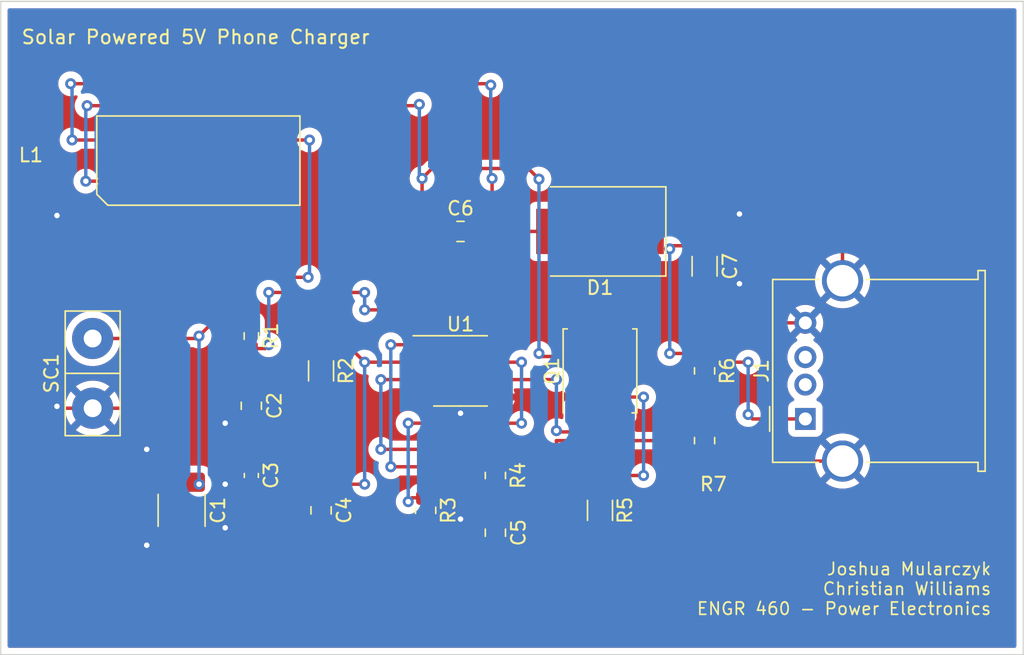
<source format=kicad_pcb>
(kicad_pcb (version 20211014) (generator pcbnew)
  (layers (0 "F.Cu" signal) (31 "B.Cu" signal) (34 "B.Paste" user) (35 "F.Paste" user) (36 "B.SilkS" user "B.Silkscreen") (37 "F.SilkS" user "F.Silkscreen") (38 "B.Mask" user) (39 "F.Mask" user) (44 "Edge.Cuts" user))
  (net 0 "")
  (net 1 "Net-(C4-Pad1)")
  (net 2 "Net-(C3-Pad1)")
  (net 3 "Net-(C5-Pad1)")
  (net 4 "GND")
  (net 5 "Net-(C1-Pad1)")
  (net 6 "Net-(C2-Pad1)")
  (net 7 "Net-(R3-Pad1)")
  (net 8 "Net-(R4-Pad1)")
  (net 9 "Net-(C7-Pad1)")
  (net 10 "Net-(R6-Pad2)")
  (net 11 "Net-(C6-Pad1)")
  (net 12 "Net-(Q1-Pad4)")
  (net 13 "Net-(C6-Pad2)")
  (footprint "SolarChargelibrary:SIP-2" (layer "F.Cu") (at 100.2 71.3 -90)
    (fp_text reference "SC1" (at 0 3 90) (layer "F.SilkS"))
    (fp_text value "Solar_Cell")
    (fp_line (start 4.54 -2) (end 4.54 2) (layer "F.SilkS") (width 0.12))
    (fp_line (start 0 -2) (end 0 2) (layer "F.SilkS") (width 0.12))
    (fp_line (start -4.54 -2) (end 4.54 -2) (layer "F.SilkS") (width 0.12))
    (fp_line (start -4.54 2) (end -4.54 -2) (layer "F.SilkS") (width 0.12))
    (fp_line (start 4.54 2) (end -4.54 2) (layer "F.SilkS") (width 0.12))
    (pad "1" thru_hole circle (at -2.54 0 270) (size 3 3) (drill 1.3) (layers *.Cu *.Mask) (net 5 "Net-(C1-Pad1)"))
    (pad "2" thru_hole circle (at 2.54 0 270) (size 3 3) (drill 1.3) (layers *.Cu *.Mask) (net 4 "GND"))
  )
  (footprint "Diode_SMD:D_SMC" (layer "F.Cu") (at 137.16 60.96 180)
    (fp_text reference "D1" (at 0 -4.1 180) (layer "F.SilkS"))
    (fp_text value "B340")
    (fp_line (start -4.8 3.25) (end -4.8 -3.25) (layer "F.SilkS") (width 0.12))
    (fp_line (start -4.8 3.25) (end 3.6 3.25) (layer "F.SilkS") (width 0.12))
    (fp_line (start -4.8 -3.25) (end 3.6 -3.25) (layer "F.SilkS") (width 0.12))
    (pad "1" smd rect (at -3.4 0 270) (size 3.3 2.5) (layers "F.Cu" "F.Paste" "F.Mask") (net 9 "Net-(C7-Pad1)"))
    (pad "2" smd rect (at 3.4 0 270) (size 3.3 2.5) (layers "F.Cu" "F.Paste" "F.Mask") (net 13 "Net-(C6-Pad2)"))
  )
  (footprint "Package_SO:SOIC-8_3.9x4.9mm_P1.27mm" (layer "F.Cu") (at 127 71.12)
    (fp_text reference "U1" (at 0 -3.4) (layer "F.SilkS"))
    (fp_text value "LM3478MA_NOPB")
    (fp_line (start 0 2.56) (end 1.95 2.56) (layer "F.SilkS") (width 0.12))
    (fp_line (start 0 2.56) (end -1.95 2.56) (layer "F.SilkS") (width 0.12))
    (fp_line (start 0 -2.56) (end -3.45 -2.56) (layer "F.SilkS") (width 0.12))
    (fp_line (start 0 -2.56) (end 1.95 -2.56) (layer "F.SilkS") (width 0.12))
    (pad "1" smd roundrect (at -2.475 -1.905) (size 1.95 0.6) (layers "F.Cu" "F.Paste" "F.Mask") (net 8 "Net-(R4-Pad1)"))
    (pad "2" smd roundrect (at -2.475 -0.635) (size 1.95 0.6) (layers "F.Cu" "F.Paste" "F.Mask") (net 1 "Net-(C4-Pad1)"))
    (pad "3" smd roundrect (at -2.475 0.635) (size 1.95 0.6) (layers "F.Cu" "F.Paste" "F.Mask") (net 10 "Net-(R6-Pad2)"))
    (pad "4" smd roundrect (at -2.475 1.905) (size 1.95 0.6) (layers "F.Cu" "F.Paste" "F.Mask") (net 4 "GND"))
    (pad "5" smd roundrect (at 2.475 1.905) (size 1.95 0.6) (layers "F.Cu" "F.Paste" "F.Mask") (net 4 "GND"))
    (pad "6" smd roundrect (at 2.475 0.635) (size 1.95 0.6) (layers "F.Cu" "F.Paste" "F.Mask") (net 12 "Net-(Q1-Pad4)"))
    (pad "7" smd roundrect (at 2.475 -0.635) (size 1.95 0.6) (layers "F.Cu" "F.Paste" "F.Mask") (net 7 "Net-(R3-Pad1)"))
    (pad "8" smd roundrect (at 2.475 -1.905) (size 1.95 0.6) (layers "F.Cu" "F.Paste" "F.Mask") (net 6 "Net-(C2-Pad1)"))
  )
  (footprint "SolarChargelibrary:DRQ" (layer "F.Cu") (at 107.9 55.8)
    (fp_text reference "L1" (at -12.2 -0.4 180) (layer "F.SilkS"))
    (fp_text value "10u")
    (fp_line (start -6.6 3.25) (end -7.4 2.45) (layer "F.SilkS") (width 0.12))
    (fp_line (start 7.4 -3.25) (end 7.4 3.25) (layer "F.SilkS") (width 0.12))
    (fp_line (start -7.4 2.45) (end -7.4 -3.25) (layer "F.SilkS") (width 0.12))
    (fp_line (start 7.4 3.25) (end -6.6 3.25) (layer "F.SilkS") (width 0.12))
    (fp_line (start -7.4 -3.25) (end 7.4 -3.25) (layer "F.SilkS") (width 0.12))
    (pad "1" smd rect (at -4.975 1.5) (size 3.85 2.5) (layers "F.Cu" "F.Paste" "F.Mask") (net 11 "Net-(C6-Pad1)"))
    (pad "2" smd rect (at -4.975 -1.5) (size 3.85 2.5) (layers "F.Cu" "F.Paste" "F.Mask") (net 13 "Net-(C6-Pad2)"))
    (pad "3" smd rect (at 4.975 -1.5) (size 3.85 2.5) (layers "F.Cu" "F.Paste" "F.Mask") (net 5 "Net-(C1-Pad1)"))
    (pad "4" smd rect (at 4.975 1.5) (size 3.85 2.5) (layers "F.Cu" "F.Paste" "F.Mask") (net 4 "GND"))
  )
  (footprint "Resistor_SMD:R_1206_3216Metric" (layer "F.Cu") (at 116.84 71.12 -90)
    (fp_text reference "R2" (at 0 -1.82 -90) (layer "F.SilkS"))
    (fp_text value "887")
    (fp_line (start -0.727064 0.91) (end 0.727064 0.91) (layer "F.SilkS") (width 0.12))
    (fp_line (start -0.727064 -0.91) (end 0.727064 -0.91) (layer "F.SilkS") (width 0.12))
    (pad "1" smd roundrect (at -1.4625 0 270) (size 1.125 1.75) (layers "F.Cu" "F.Paste" "F.Mask") (roundrect_rratio 0.222222) (net 1 "Net-(C4-Pad1)"))
    (pad "2" smd roundrect (at 1.4625 0 270) (size 1.125 1.75) (layers "F.Cu" "F.Paste" "F.Mask") (roundrect_rratio 0.222222) (net 2 "Net-(C3-Pad1)"))
  )
  (footprint "Resistor_SMD:R_0805_2012Metric" (layer "F.Cu") (at 124.46 81.28 -90)
    (fp_text reference "R3" (at 0 -1.65 -90) (layer "F.SilkS"))
    (fp_text value "51.1k")
    (fp_line (start -0.227064 -0.735) (end 0.227064 -0.735) (layer "F.SilkS") (width 0.12))
    (fp_line (start -0.227064 0.735) (end 0.227064 0.735) (layer "F.SilkS") (width 0.12))
    (pad "1" smd roundrect (at -0.9125 0 270) (size 1.025 1.4) (layers "F.Cu" "F.Paste" "F.Mask") (roundrect_rratio 0.243902) (net 7 "Net-(R3-Pad1)"))
    (pad "2" smd roundrect (at 0.9125 0 270) (size 1.025 1.4) (layers "F.Cu" "F.Paste" "F.Mask") (roundrect_rratio 0.243902) (net 4 "GND"))
  )
  (footprint "Capacitor_SMD:C_0805_2012Metric" (layer "F.Cu") (at 127 60.96)
    (fp_text reference "C6" (at 0 -1.68) (layer "F.SilkS"))
    (fp_text value "1u")
    (fp_line (start -0.261252 -0.735) (end 0.261252 -0.735) (layer "F.SilkS") (width 0.12))
    (fp_line (start -0.261252 0.735) (end 0.261252 0.735) (layer "F.SilkS") (width 0.12))
    (pad "1" smd roundrect (at -0.95 0) (size 1 1.45) (layers "F.Cu" "F.Paste" "F.Mask") (net 11 "Net-(C6-Pad1)"))
    (pad "2" smd roundrect (at 0.95 0) (size 1 1.45) (layers "F.Cu" "F.Paste" "F.Mask") (net 13 "Net-(C6-Pad2)"))
  )
  (footprint "Resistor_SMD:R_0805_2012Metric" (layer "F.Cu") (at 129.54 78.74 -90)
    (fp_text reference "R4" (at 0 -1.65 -90) (layer "F.SilkS"))
    (fp_text value "100")
    (fp_line (start -0.227064 0.735) (end 0.227064 0.735) (layer "F.SilkS") (width 0.12))
    (fp_line (start -0.227064 -0.735) (end 0.227064 -0.735) (layer "F.SilkS") (width 0.12))
    (pad "1" smd roundrect (at -0.9125 0 270) (size 1.025 1.4) (layers "F.Cu" "F.Paste" "F.Mask") (roundrect_rratio 0.243902) (net 8 "Net-(R4-Pad1)"))
    (pad "2" smd roundrect (at 0.9125 0 270) (size 1.025 1.4) (layers "F.Cu" "F.Paste" "F.Mask") (roundrect_rratio 0.243902) (net 3 "Net-(C5-Pad1)"))
  )
  (footprint "Capacitor_SMD:C_0603_1608Metric" (layer "F.Cu") (at 111.76 78.74 -90)
    (fp_text reference "C3" (at 0 -1.43 -90) (layer "F.SilkS"))
    (fp_text value "82n")
    (fp_line (start -0.14058 0.51) (end 0.14058 0.51) (layer "F.SilkS") (width 0.12))
    (fp_line (start -0.14058 -0.51) (end 0.14058 -0.51) (layer "F.SilkS") (width 0.12))
    (pad "1" smd roundrect (at -0.775 0 270) (size 0.9 0.95) (layers "F.Cu" "F.Paste" "F.Mask") (net 2 "Net-(C3-Pad1)"))
    (pad "2" smd roundrect (at 0.775 0 270) (size 0.9 0.95) (layers "F.Cu" "F.Paste" "F.Mask") (net 4 "GND"))
  )
  (footprint "Capacitor_SMD:C_0805_2012Metric" (layer "F.Cu") (at 111.76 73.66 -90)
    (fp_text reference "C2" (at 0 -1.68 -90) (layer "F.SilkS"))
    (fp_text value "100n")
    (fp_line (start -0.261252 -0.735) (end 0.261252 -0.735) (layer "F.SilkS") (width 0.12))
    (fp_line (start -0.261252 0.735) (end 0.261252 0.735) (layer "F.SilkS") (width 0.12))
    (pad "1" smd roundrect (at -0.95 0 270) (size 1 1.45) (layers "F.Cu" "F.Paste" "F.Mask") (net 6 "Net-(C2-Pad1)"))
    (pad "2" smd roundrect (at 0.95 0 270) (size 1 1.45) (layers "F.Cu" "F.Paste" "F.Mask") (net 4 "GND"))
  )
  (footprint "Resistor_SMD:R_0603_1608Metric" (layer "F.Cu") (at 111.76 68.58 -90)
    (fp_text reference "R1" (at 0 -1.43 -90) (layer "F.SilkS"))
    (fp_text value "20")
    (fp_line (start -0.237258 0.5225) (end 0.237258 0.5225) (layer "F.SilkS") (width 0.12))
    (fp_line (start -0.237258 -0.5225) (end 0.237258 -0.5225) (layer "F.SilkS") (width 0.12))
    (pad "1" smd roundrect (at -0.825 0 270) (size 0.8 0.95) (layers "F.Cu" "F.Paste" "F.Mask") (net 5 "Net-(C1-Pad1)"))
    (pad "2" smd roundrect (at 0.825 0 270) (size 0.8 0.95) (layers "F.Cu" "F.Paste" "F.Mask") (net 6 "Net-(C2-Pad1)"))
  )
  (footprint "Resistor_SMD:R_0805_2012Metric" (layer "F.Cu") (at 144.78 71.12 -90)
    (fp_text reference "R6" (at 0 -1.65 -90) (layer "F.SilkS"))
    (fp_text value "29.4k")
    (fp_line (start -0.227064 -0.735) (end 0.227064 -0.735) (layer "F.SilkS") (width 0.12))
    (fp_line (start -0.227064 0.735) (end 0.227064 0.735) (layer "F.SilkS") (width 0.12))
    (pad "1" smd roundrect (at -0.9125 0 270) (size 1.025 1.4) (layers "F.Cu" "F.Paste" "F.Mask") (roundrect_rratio 0.243902) (net 9 "Net-(C7-Pad1)"))
    (pad "2" smd roundrect (at 0.9125 0 270) (size 1.025 1.4) (layers "F.Cu" "F.Paste" "F.Mask") (roundrect_rratio 0.243902) (net 10 "Net-(R6-Pad2)"))
  )
  (footprint "Capacitor_SMD:C_1812_4532Metric" (layer "F.Cu") (at 106.68 81.28 -90)
    (fp_text reference "C1" (at 0 -2.65 -90) (layer "F.SilkS"))
    (fp_text value "10u")
    (fp_line (start -1.161252 -1.71) (end 1.161252 -1.71) (layer "F.SilkS") (width 0.12))
    (fp_line (start -1.161252 1.71) (end 1.161252 1.71) (layer "F.SilkS") (width 0.12))
    (pad "1" smd roundrect (at -2.05 0 270) (size 1.4 3.4) (layers "F.Cu" "F.Paste" "F.Mask") (roundrect_rratio 0.178571) (net 5 "Net-(C1-Pad1)"))
    (pad "2" smd roundrect (at 2.05 0 270) (size 1.4 3.4) (layers "F.Cu" "F.Paste" "F.Mask") (roundrect_rratio 0.178571) (net 4 "GND"))
  )
  (footprint "Resistor_SMD:R_0805_2012Metric" (layer "F.Cu") (at 144.78 76.2 -90)
    (fp_text reference "R7" (at 3.175 -0.635 180) (layer "F.SilkS"))
    (fp_text value "10k")
    (fp_line (start -0.227064 0.735) (end 0.227064 0.735) (layer "F.SilkS") (width 0.12))
    (fp_line (start -0.227064 -0.735) (end 0.227064 -0.735) (layer "F.SilkS") (width 0.12))
    (pad "1" smd roundrect (at -0.9125 0 270) (size 1.025 1.4) (layers "F.Cu" "F.Paste" "F.Mask") (roundrect_rratio 0.243902439) (net 10 "Net-(R6-Pad2)"))
    (pad "2" smd roundrect (at 0.9125 0 270) (size 1.025 1.4) (layers "F.Cu" "F.Paste" "F.Mask") (roundrect_rratio 0.243902439) (net 4 "GND"))
  )
  (footprint "Package_TO_SOT_SMD:TDSON-8-1" (layer "F.Cu") (at 137.16 71.12 90)
    (fp_text reference "Q1" (at 0 -3.5 90) (layer "F.SilkS"))
    (fp_text value "CSD16410Q5A")
    (fp_line (start -3.06 2.335) (end -3.06 2.685) (layer "F.SilkS") (width 0.12))
    (fp_line (start 3.06 2.685) (end -3.06 2.685) (layer "F.SilkS") (width 0.12))
    (fp_line (start 3.06 -2.385) (end 3.06 -2.685) (layer "F.SilkS") (width 0.12))
    (fp_line (start 3.06 -2.685) (end -3.06 -2.685) (layer "F.SilkS") (width 0.12))
    (fp_line (start 3.06 2.385) (end 3.06 2.685) (layer "F.SilkS") (width 0.12))
    (pad "1" smd rect (at -2.9 -1.905 90) (size 0.85 0.5) (layers "F.Cu" "F.Paste" "F.Mask") (net 3 "Net-(C5-Pad1)"))
    (pad "2" smd rect (at -2.9 -0.635 90) (size 0.85 0.5) (layers "F.Cu" "F.Paste" "F.Mask") (net 3 "Net-(C5-Pad1)"))
    (pad "3" smd rect (at -2.9 0.635 90) (size 0.85 0.5) (layers "F.Cu" "F.Paste" "F.Mask") (net 3 "Net-(C5-Pad1)"))
    (pad "4" smd rect (at -2.9 1.905 90) (size 0.85 0.5) (layers "F.Cu" "F.Paste" "F.Mask") (net 12 "Net-(Q1-Pad4)"))
    (pad "5" smd rect (at 1.05 0 90) (size 4.55 4.41) (layers "F.Cu") (net 11 "Net-(C6-Pad1)"))
  )
  (footprint "Connector_USB:USB_A_Molex_67643_Horizontal" (layer "F.Cu") (at 152.12 74.62 90)
    (fp_text reference "J1" (at 3.5 -3.19 90) (layer "F.SilkS"))
    (fp_text value "USB_A")
    (fp_line (start 10.81 13.1) (end 10.81 12.58) (layer "F.SilkS") (width 0.12))
    (fp_line (start 10.81 12.58) (end 10.16 12.58) (layer "F.SilkS") (width 0.12))
    (fp_line (start -3.16 12.58) (end -3.81 12.58) (layer "F.SilkS") (width 0.12))
    (fp_line (start 10.16 -2.38) (end 10.16 0.95) (layer "F.SilkS") (width 0.12))
    (fp_line (start 10.16 4.47) (end 10.16 12.58) (layer "F.SilkS") (width 0.12))
    (fp_line (start -3.16 -2.38) (end 10.16 -2.38) (layer "F.SilkS") (width 0.12))
    (fp_line (start -0.9 -2.6) (end 0.9 -2.6) (layer "F.SilkS") (width 0.12))
    (fp_line (start -3.16 12.58) (end -3.16 4.47) (layer "F.SilkS") (width 0.12))
    (fp_line (start -3.16 -2.38) (end -3.16 0.95) (layer "F.SilkS") (width 0.12))
    (fp_line (start -3.81 13.1) (end 10.81 13.1) (layer "F.SilkS") (width 0.12))
    (fp_line (start -3.81 12.58) (end -3.81 13.1) (layer "F.SilkS") (width 0.12))
    (pad "1" thru_hole rect (at 0 0 90) (size 1.6 1.5) (drill 0.95) (layers *.Cu *.Mask) (net 9 "Net-(C7-Pad1)"))
    (pad "2" thru_hole circle (at 2.5 0 90) (size 1.6 1.6) (drill 0.95) (layers *.Cu *.Mask))
    (pad "3" thru_hole circle (at 4.5 0 90) (size 1.6 1.6) (drill 0.95) (layers *.Cu *.Mask))
    (pad "4" thru_hole circle (at 7 0 90) (size 1.6 1.6) (drill 0.95) (layers *.Cu *.Mask) (net 4 "GND"))
    (pad "5" thru_hole circle (at 10.07 2.71 90) (size 3 3) (drill 2.3) (layers *.Cu *.Mask) (net 4 "GND"))
    (pad "5" thru_hole circle (at -3.07 2.71 90) (size 3 3) (drill 2.3) (layers *.Cu *.Mask) (net 4 "GND"))
  )
  (footprint "Capacitor_SMD:C_1206_3216Metric" (layer "F.Cu") (at 144.78 63.5 -90)
    (fp_text reference "C7" (at 0 -1.85 -90) (layer "F.SilkS"))
    (fp_text value "47u")
    (fp_line (start -0.711252 -0.91) (end 0.711252 -0.91) (layer "F.SilkS") (width 0.12))
    (fp_line (start -0.711252 0.91) (end 0.711252 0.91) (layer "F.SilkS") (width 0.12))
    (pad "1" smd roundrect (at -1.475 0 270) (size 1.15 1.8) (layers "F.Cu" "F.Paste" "F.Mask") (roundrect_rratio 0.217391) (net 9 "Net-(C7-Pad1)"))
    (pad "2" smd roundrect (at 1.475 0 270) (size 1.15 1.8) (layers "F.Cu" "F.Paste" "F.Mask") (roundrect_rratio 0.217391) (net 4 "GND"))
  )
  (footprint "Capacitor_SMD:C_0805_2012Metric" (layer "F.Cu") (at 129.54 82.9075 -90)
    (fp_text reference "C5" (at 0 -1.68 -90) (layer "F.SilkS"))
    (fp_text value "1n")
    (fp_line (start -0.261252 -0.735) (end 0.261252 -0.735) (layer "F.SilkS") (width 0.12))
    (fp_line (start -0.261252 0.735) (end 0.261252 0.735) (layer "F.SilkS") (width 0.12))
    (pad "1" smd roundrect (at -0.95 0 270) (size 1 1.45) (layers "F.Cu" "F.Paste" "F.Mask") (net 3 "Net-(C5-Pad1)"))
    (pad "2" smd roundrect (at 0.95 0 270) (size 1 1.45) (layers "F.Cu" "F.Paste" "F.Mask") (net 4 "GND"))
  )
  (footprint "Capacitor_SMD:C_0805_2012Metric" (layer "F.Cu") (at 116.84 81.28 -90)
    (fp_text reference "C4" (at 0 -1.68 -90) (layer "F.SilkS"))
    (fp_text value "200p")
    (fp_line (start -0.261252 -0.735) (end 0.261252 -0.735) (layer "F.SilkS") (width 0.12))
    (fp_line (start -0.261252 0.735) (end 0.261252 0.735) (layer "F.SilkS") (width 0.12))
    (pad "1" smd roundrect (at -0.95 0 270) (size 1 1.45) (layers "F.Cu" "F.Paste" "F.Mask") (net 1 "Net-(C4-Pad1)"))
    (pad "2" smd roundrect (at 0.95 0 270) (size 1 1.45) (layers "F.Cu" "F.Paste" "F.Mask") (net 4 "GND"))
  )
  (footprint "Resistor_SMD:R_1206_3216Metric" (layer "F.Cu") (at 137.16 81.28 -90)
    (fp_text reference "R5" (at 0 -1.82 -90) (layer "F.SilkS"))
    (fp_text value "25m")
    (fp_line (start -0.727064 0.91) (end 0.727064 0.91) (layer "F.SilkS") (width 0.12))
    (fp_line (start -0.727064 -0.91) (end 0.727064 -0.91) (layer "F.SilkS") (width 0.12))
    (pad "1" smd roundrect (at -1.4625 0 270) (size 1.125 1.75) (layers "F.Cu" "F.Paste" "F.Mask") (roundrect_rratio 0.222222) (net 3 "Net-(C5-Pad1)"))
    (pad "2" smd roundrect (at 1.4625 0 270) (size 1.125 1.75) (layers "F.Cu" "F.Paste" "F.Mask") (roundrect_rratio 0.222222) (net 4 "GND"))
  )
  (gr_rect (start 168 91.8) (end 93.5 44.2) (layer "Edge.Cuts") (width 0.1) (fill none))
  (gr_text "Solar Powered 5V Phone Charger" (at 107.7 46.8) (layer "F.SilkS") (effects (font (size 1 1))))
  (gr_text "Joshua Mularczyk\nChristian Williams\nENGR 460 - Power Electronics" (at 165.735 86.995) (layer "F.SilkS") (effects (font (size 0.9 0.9) (thickness 0.125)) (justify right)))
  (segment (start 120.015 70.485) (end 118.05 68.52) (width 0.25) (layer "F.Cu") (net 1))
  (segment (start 117.0725 79.375) (end 120.015 79.375) (width 0.25) (layer "F.Cu") (net 1))
  (segment (start 120.015 70.485) (end 124.525 70.485) (width 0.25) (layer "F.Cu") (net 1))
  (segment (start 116.84 79.1425) (end 117.0725 79.375) (width 0.25) (layer "F.Cu") (net 1))
  (segment (start 118.05 68.52) (end 116.84 68.52) (width 0.25) (layer "F.Cu") (net 1))
  (segment (start 116.84 80.505) (end 116.84 79.1425) (width 0.25) (layer "F.Cu") (net 1))
  (segment (start 116.84 69.6575) (end 116.84 68.52) (width 0.25) (layer "F.Cu") (net 1))
  (via (at 120.015 70.485) (size 0.8) (drill 0.4) (layers "F.Cu" "B.Cu") (net 1))
  (via (at 120.015 79.375) (size 0.8) (drill 0.4) (layers "F.Cu" "B.Cu") (net 1))
  (segment (start 120.015 79.375) (end 120.015 70.485) (width 0.25) (layer "B.Cu") (net 1))
  (segment (start 116.4325 77.8775) (end 111.76 77.8775) (width 0.25) (layer "F.Cu") (net 2))
  (segment (start 116.84 72.5825) (end 116.84 77.47) (width 0.25) (layer "F.Cu") (net 2))
  (segment (start 116.84 77.47) (end 116.4325 77.8775) (width 0.25) (layer "F.Cu") (net 2))
  (segment (start 137.1 78.74) (end 130.81 78.74) (width 0.25) (layer "F.Cu") (net 3))
  (segment (start 136.525 73.025) (end 136.525 74.02) (width 0.25) (layer "F.Cu") (net 3))
  (segment (start 136.525 74.02) (end 135.255 74.02) (width 0.25) (layer "F.Cu") (net 3))
  (segment (start 137.16 78.68) (end 137.1 78.74) (width 0.25) (layer "F.Cu") (net 3))
  (segment (start 137.16 79.8175) (end 137.16 78.8) (width 0.25) (layer "F.Cu") (net 3))
  (segment (start 140.335 73.025) (end 136.525 73.025) (width 0.25) (layer "F.Cu") (net 3))
  (segment (start 130.81 80.01) (end 129.8975 80.01) (width 0.25) (layer "F.Cu") (net 3))
  (segment (start 137.16 78.68) (end 137.22 78.74) (width 0.25) (layer "F.Cu") (net 3))
  (segment (start 129.8975 80.01) (end 129.54 79.6525) (width 0.25) (layer "F.Cu") (net 3))
  (segment (start 129.54 79.6525) (end 129.54 82.045) (width 0.25) (layer "F.Cu") (net 3))
  (segment (start 137.16 78.8) (end 137.22 78.74) (width 0.25) (layer "F.Cu") (net 3))
  (segment (start 130.81 78.74) (end 130.81 80.01) (width 0.25) (layer "F.Cu") (net 3))
  (segment (start 137.22 78.74) (end 140.335 78.74) (width 0.25) (layer "F.Cu") (net 3))
  (segment (start 137.795 74.02) (end 136.525 74.02) (width 0.25) (layer "F.Cu") (net 3))
  (via (at 140.335 78.74) (size 0.8) (drill 0.4) (layers "F.Cu" "B.Cu") (net 3))
  (via (at 140.335 73.025) (size 0.8) (drill 0.4) (layers "F.Cu" "B.Cu") (net 3))
  (segment (start 140.335 78.74) (end 140.335 73.025) (width 0.25) (layer "B.Cu") (net 3))
  (segment (start 154.83 77.69) (end 145.3575 77.69) (width 0.25) (layer "F.Cu") (net 4))
  (segment (start 110.2625 74.5225) (end 109.855 74.93) (width 0.25) (layer "F.Cu") (net 4))
  (segment (start 154.94 59.69) (end 154.83 59.8) (width 0.25) (layer "F.Cu") (net 4))
  (segment (start 109.855 79.375) (end 111.5325 79.375) (width 0.25) (layer "F.Cu") (net 4))
  (segment (start 137.16 83.66) (end 137.05 83.77) (width 0.25) (layer "F.Cu") (net 4))
  (segment (start 112.875 59.775) (end 112.9 59.8) (width 0.25) (layer "F.Cu") (net 4))
  (segment (start 137.16 83.88) (end 138.0125 83.88) (width 0.25) (layer "F.Cu") (net 4))
  (segment (start 152.12 67.62) (end 150.17 67.62) (width 0.25) (layer "F.Cu") (net 4))
  (segment (start 154.83 64.55) (end 156.845 66.565) (width 0.25) (layer "F.Cu") (net 4))
  (segment (start 154.83 59.8) (end 154.83 64.55) (width 0.25) (layer "F.Cu") (net 4))
  (segment (start 106.68 82.78) (end 109.625 82.78) (width 0.25) (layer "F.Cu") (net 4))
  (segment (start 129.54 73.09) (end 129.475 73.025) (width 0.25) (layer "F.Cu") (net 4))
  (segment (start 123.235 83.4175) (end 124.46 82.1925) (width 0.25) (layer "F.Cu") (net 4))
  (segment (start 156.845 66.565) (end 156.845 75.675) (width 0.25) (layer "F.Cu") (net 4))
  (segment (start 124.46 74.295) (end 127 74.295) (width 0.25) (layer "F.Cu") (net 4))
  (segment (start 137.05 83.77) (end 137.16 83.88) (width 0.25) (layer "F.Cu") (net 4))
  (segment (start 129.54 83.77) (end 137.05 83.77) (width 0.25) (layer "F.Cu") (net 4))
  (segment (start 145.3575 77.69) (end 144.78 77.1125) (width 0.25) (layer "F.Cu") (net 4))
  (segment (start 127 74.295) (end 127 74.2055) (width 0.25) (layer "F.Cu") (net 4))
  (segment (start 111.5325 79.375) (end 111.76 79.6025) (width 0.25) (layer "F.Cu") (net 4))
  (segment (start 97.6 73.7) (end 97.74 73.84) (width 0.25) (layer "F.Cu") (net 4))
  (segment (start 104.14 74.98) (end 104.14 76.835) (width 0.25) (layer "F.Cu") (net 4))
  (segment (start 100.2 73.84) (end 103 73.84) (width 0.25) (layer "F.Cu") (net 4))
  (segment (start 127 74.295) (end 129.54 74.295) (width 0.25) (layer "F.Cu") (net 4))
  (segment (start 111.76 83.185) (end 111.9925 83.4175) (width 0.25) (layer "F.Cu") (net 4))
  (segment (start 116.84 83.4175) (end 123.235 83.4175) (width 0.25) (layer "F.Cu") (net 4))
  (segment (start 109.625 82.78) (end 109.855 82.55) (width 0.25) (layer "F.Cu") (net 4))
  (segment (start 126.0375 83.77) (end 124.46 82.1925) (width 0.25) (layer "F.Cu") (net 4))
  (segment (start 129.54 83.77) (end 126.0375 83.77) (width 0.25) (layer "F.Cu") (net 4))
  (segment (start 111.76 79.6025) (end 111.76 83.185) (width 0.25) (layer "F.Cu") (net 4))
  (segment (start 106.68 83.82) (end 106.68 82.78) (width 0.25) (layer "F.Cu") (net 4))
  (segment (start 150.17 67.62) (end 147.32 64.77) (width 0.25) (layer "F.Cu") (net 4))
  (segment (start 112.9 59.8) (end 97.6 59.8) (width 0.25) (layer "F.Cu") (net 4))
  (segment (start 137.16 82.7425) (end 137.16 83.66) (width 0.25) (layer "F.Cu") (net 4))
  (segment (start 156.845 75.675) (end 154.83 77.69) (width 0.25) (layer "F.Cu") (net 4))
  (segment (start 97.74 73.84) (end 100.2 73.84) (width 0.25) (layer "F.Cu") (net 4))
  (segment (start 124.525 73.025) (end 124.525 74.23) (width 0.25) (layer "F.Cu") (net 4))
  (segment (start 124.7375 81.915) (end 124.46 82.1925) (width 0.25) (layer "F.Cu") (net 4))
  (segment (start 138.0125 83.88) (end 144.78 77.1125) (width 0.25) (layer "F.Cu") (net 4))
  (segment (start 112.875 57.3) (end 112.875 59.775) (width 0.25) (layer "F.Cu") (net 4))
  (segment (start 147.09 65) (end 147.32 64.77) (width 0.25) (layer "F.Cu") (net 4))
  (segment (start 103 73.84) (end 104.14 74.98) (width 0.25) (layer "F.Cu") (net 4))
  (segment (start 116.84 82.055) (end 116.84 83.4175) (width 0.25) (layer "F.Cu") (net 4))
  (segment (start 111.76 74.5225) (end 110.2625 74.5225) (width 0.25) (layer "F.Cu") (net 4))
  (segment (start 124.525 74.23) (end 124.46 74.295) (width 0.25) (layer "F.Cu") (net 4))
  (segment (start 111.9925 83.4175) (end 116.84 83.4175) (width 0.25) (layer "F.Cu") (net 4))
  (segment (start 127 81.915) (end 124.7375 81.915) (width 0.25) (layer "F.Cu") (net 4))
  (segment (start 129.54 74.295) (end 129.54 73.09) (width 0.25) (layer "F.Cu") (net 4))
  (segment (start 104.14 83.82) (end 106.68 83.82) (width 0.25) (layer "F.Cu") (net 4))
  (segment (start 144.78 65) (end 147.09 65) (width 0.25) (layer "F.Cu") (net 4))
  (segment (start 147.32 59.69) (end 154.94 59.69) (width 0.25) (layer "F.Cu") (net 4))
  (via (at 127 81.915) (size 0.8) (drill 0.4) (layers "F.Cu" "B.Cu") (net 4))
  (via (at 127 74.2055) (size 0.8) (drill 0.4) (layers "F.Cu" "B.Cu") (net 4))
  (via (at 97.6 73.7) (size 0.8) (drill 0.4) (layers "F.Cu" "B.Cu") (net 4))
  (via (at 97.6 59.8) (size 0.8) (drill 0.4) (layers "F.Cu" "B.Cu") (net 4))
  (via (at 147.32 64.77) (size 0.8) (drill 0.4) (layers "F.Cu" "B.Cu") (net 4))
  (via (at 104.14 76.835) (size 0.8) (drill 0.4) (layers "F.Cu" "B.Cu") (net 4))
  (via (at 147.32 59.69) (size 0.8) (drill 0.4) (layers "F.Cu" "B.Cu") (net 4))
  (via (at 109.855 74.93) (size 0.8) (drill 0.4) (layers "F.Cu" "B.Cu") (net 4))
  (via (at 109.855 79.375) (size 0.8) (drill 0.4) (layers "F.Cu" "B.Cu") (net 4))
  (via (at 104.14 83.82) (size 0.8) (drill 0.4) (layers "F.Cu" "B.Cu") (net 4))
  (via (at 109.855 82.55) (size 0.8) (drill 0.4) (layers "F.Cu" "B.Cu") (net 4))
  (segment (start 147.32 64.77) (end 147.32 59.69) (width 0.25) (layer "B.Cu") (net 4))
  (segment (start 97.6 59.8) (end 97.6 73.7) (width 0.25) (layer "B.Cu") (net 4))
  (segment (start 104.14 83.82) (end 104.14 76.835) (width 0.25) (layer "B.Cu") (net 4))
  (segment (start 127 74.2055) (end 127 81.915) (width 0.25) (layer "B.Cu") (net 4))
  (segment (start 109.855 82.55) (end 109.855 79.375) (width 0.25) (layer "B.Cu") (net 4))
  (segment (start 109.855 74.93) (end 109.855 79.375) (width 0.25) (layer "B.Cu") (net 4))
  (segment (start 106.68 79.78) (end 107.545 79.78) (width 0.25) (layer "F.Cu") (net 5))
  (segment (start 112.875 54.3) (end 116 54.3) (width 0.25) (layer "F.Cu") (net 5))
  (segment (start 108.8625 67.6675) (end 107.95 68.58) (width 0.25) (layer "F.Cu") (net 5))
  (segment (start 107.77 68.76) (end 107.95 68.58) (width 0.25) (layer "F.Cu") (net 5))
  (segment (start 111.6 67.5075) (end 111.76 67.6675) (width 0.25) (layer "F.Cu") (net 5))
  (segment (start 111.76 67.6675) (end 108.8625 67.6675) (width 0.25) (layer "F.Cu") (net 5))
  (segment (start 115.9 64.3) (end 111.6 64.3) (width 0.25) (layer "F.Cu") (net 5))
  (segment (start 111.6 64.3) (end 111.6 67.5075) (width 0.25) (layer "F.Cu") (net 5))
  (segment (start 107.545 79.78) (end 107.95 79.375) (width 0.25) (layer "F.Cu") (net 5))
  (segment (start 100.2 68.76) (end 107.77 68.76) (width 0.25) (layer "F.Cu") (net 5))
  (via (at 116 54.3) (size 0.8) (drill 0.4) (layers "F.Cu" "B.Cu") (net 5))
  (via (at 115.9 64.3) (size 0.8) (drill 0.4) (layers "F.Cu" "B.Cu") (net 5))
  (via (at 107.95 79.375) (size 0.8) (drill 0.4) (layers "F.Cu" "B.Cu") (net 5))
  (via (at 107.95 68.58) (size 0.8) (drill 0.4) (layers "F.Cu" "B.Cu") (net 5))
  (segment (start 107.95 79.375) (end 107.95 68.58) (width 0.25) (layer "B.Cu") (net 5))
  (segment (start 116 54.3) (end 116 64.2) (width 0.25) (layer "B.Cu") (net 5))
  (segment (start 116 64.2) (end 115.9 64.3) (width 0.25) (layer "B.Cu") (net 5))
  (segment (start 120.015 66.675) (end 129.54 66.675) (width 0.25) (layer "F.Cu") (net 6))
  (segment (start 111.76 69.4925) (end 111.76 72.7975) (width 0.25) (layer "F.Cu") (net 6))
  (segment (start 113.03 65.405) (end 120.015 65.405) (width 0.25) (layer "F.Cu") (net 6))
  (segment (start 112.7525 69.4925) (end 113.03 69.215) (width 0.25) (layer "F.Cu") (net 6))
  (segment (start 129.54 66.675) (end 129.54 69.15) (width 0.25) (layer "F.Cu") (net 6))
  (segment (start 111.76 69.4925) (end 112.7525 69.4925) (width 0.25) (layer "F.Cu") (net 6))
  (segment (start 129.54 69.15) (end 129.475 69.215) (width 0.25) (layer "F.Cu") (net 6))
  (via (at 120.015 65.405) (size 0.8) (drill 0.4) (layers "F.Cu" "B.Cu") (net 6))
  (via (at 113.03 69.215) (size 0.8) (drill 0.4) (layers "F.Cu" "B.Cu") (net 6))
  (via (at 120.015 66.675) (size 0.8) (drill 0.4) (layers "F.Cu" "B.Cu") (net 6))
  (via (at 113.03 65.405) (size 0.8) (drill 0.4) (layers "F.Cu" "B.Cu") (net 6))
  (segment (start 113.03 69.215) (end 113.03 65.405) (width 0.25) (layer "B.Cu") (net 6))
  (segment (start 120.015 65.405) (end 120.015 66.675) (width 0.25) (layer "B.Cu") (net 6))
  (segment (start 123.4675 80.3675) (end 123.19 80.645) (width 0.25) (layer "F.Cu") (net 7))
  (segment (start 123.19 74.93) (end 131.445 74.93) (width 0.25) (layer "F.Cu") (net 7))
  (segment (start 131.445 70.485) (end 129.475 70.485) (width 0.25) (layer "F.Cu") (net 7))
  (segment (start 124.46 80.3675) (end 123.4675 80.3675) (width 0.25) (layer "F.Cu") (net 7))
  (via (at 123.19 74.93) (size 0.8) (drill 0.4) (layers "F.Cu" "B.Cu") (net 7))
  (via (at 131.445 70.485) (size 0.8) (drill 0.4) (layers "F.Cu" "B.Cu") (net 7))
  (via (at 131.445 74.93) (size 0.8) (drill 0.4) (layers "F.Cu" "B.Cu") (net 7))
  (via (at 123.19 80.645) (size 0.8) (drill 0.4) (layers "F.Cu" "B.Cu") (net 7))
  (segment (start 131.445 74.93) (end 131.445 70.485) (width 0.25) (layer "B.Cu") (net 7))
  (segment (start 123.19 80.645) (end 123.19 74.93) (width 0.25) (layer "B.Cu") (net 7))
  (segment (start 124.525 69.215) (end 121.92 69.215) (width 0.25) (layer "F.Cu") (net 8))
  (segment (start 121.92 78.105) (end 129.2625 78.105) (width 0.25) (layer "F.Cu") (net 8))
  (segment (start 129.2625 78.105) (end 129.54 77.8275) (width 0.25) (layer "F.Cu") (net 8))
  (via (at 121.92 69.215) (size 0.8) (drill 0.4) (layers "F.Cu" "B.Cu") (net 8))
  (via (at 121.92 78.105) (size 0.8) (drill 0.4) (layers "F.Cu" "B.Cu") (net 8))
  (segment (start 121.92 69.215) (end 121.92 78.105) (width 0.25) (layer "B.Cu") (net 8))
  (segment (start 152.12 74.62) (end 148.28 74.62) (width 0.25) (layer "F.Cu") (net 9))
  (segment (start 142.47 62) (end 142.24 62.23) (width 0.25) (layer "F.Cu") (net 9))
  (segment (start 142.24 69.85) (end 144.4225 69.85) (width 0.25) (layer "F.Cu") (net 9))
  (segment (start 139.31 60.96) (end 143.74 60.96) (width 0.25) (layer "F.Cu") (net 9))
  (segment (start 144.78 62) (end 142.47 62) (width 0.25) (layer "F.Cu") (net 9))
  (segment (start 147.955 70.485) (end 145.0575 70.485) (width 0.25) (layer "F.Cu") (net 9))
  (segment (start 144.98625 70.41375) (end 144.78 70.2075) (width 0.25) (layer "F.Cu") (net 9))
  (segment (start 148.28 74.62) (end 147.955 74.295) (width 0.25) (layer "F.Cu") (net 9))
  (segment (start 144.78 70.61) (end 144.79 70.61) (width 0.25) (layer "F.Cu") (net 9))
  (segment (start 144.79 70.61) (end 144.98625 70.41375) (width 0.25) (layer "F.Cu") (net 9))
  (segment (start 143.74 60.96) (end 144.78 62) (width 0.25) (layer "F.Cu") (net 9))
  (segment (start 144.4225 69.85) (end 144.78 70.2075) (width 0.25) (layer "F.Cu") (net 9))
  (segment (start 145.0575 70.485) (end 144.98625 70.41375) (width 0.25) (layer "F.Cu") (net 9))
  (via (at 142.24 62.23) (size 0.8) (drill 0.4) (layers "F.Cu" "B.Cu") (net 9))
  (via (at 147.955 70.485) (size 0.8) (drill 0.4) (layers "F.Cu" "B.Cu") (net 9))
  (via (at 142.24 69.85) (size 0.8) (drill 0.4) (layers "F.Cu" "B.Cu") (net 9))
  (via (at 147.955 74.295) (size 0.8) (drill 0.4) (layers "F.Cu" "B.Cu") (net 9))
  (segment (start 142.24 62.23) (end 142.24 69.85) (width 0.25) (layer "B.Cu") (net 9))
  (segment (start 147.955 74.295) (end 147.955 70.485) (width 0.25) (layer "B.Cu") (net 9))
  (segment (start 133.985 76.2) (end 143.8675 76.2) (width 0.25) (layer "F.Cu") (net 10))
  (segment (start 144.78 71.63) (end 144.78 75.2875) (width 0.25) (layer "F.Cu") (net 10))
  (segment (start 133.985 76.835) (end 133.985 76.2) (width 0.25) (layer "F.Cu") (net 10))
  (segment (start 143.8675 76.2) (end 144.78 75.2875) (width 0.25) (layer "F.Cu") (net 10))
  (segment (start 121.1955 76.835) (end 133.985 76.835) (width 0.25) (layer "F.Cu") (net 10))
  (segment (start 124.525 71.755) (end 121.1955 71.755) (width 0.25) (layer "F.Cu") (net 10))
  (via (at 121.1955 71.755) (size 0.8) (drill 0.4) (layers "F.Cu" "B.Cu") (net 10))
  (via (at 121.1955 76.835) (size 0.8) (drill 0.4) (layers "F.Cu" "B.Cu") (net 10))
  (segment (start 121.1955 71.755) (end 121.1955 76.835) (width 0.25) (layer "B.Cu") (net 10))
  (segment (start 137.16 70.07) (end 132.935 70.07) (width 0.25) (layer "F.Cu") (net 11))
  (segment (start 124.2 60.7975) (end 124.3625 60.96) (width 0.25) (layer "F.Cu") (net 11))
  (segment (start 124.2 57.1) (end 124.2 60.7975) (width 0.25) (layer "F.Cu") (net 11))
  (segment (start 102.925 57.3) (end 99.7 57.3) (width 0.25) (layer "F.Cu") (net 11))
  (segment (start 126.05 60.96) (end 124.3625 60.96) (width 0.25) (layer "F.Cu") (net 11))
  (segment (start 123.9 51.8) (end 124 51.7) (width 0.25) (layer "F.Cu") (net 11))
  (segment (start 132.935 70.07) (end 132.715 69.85) (width 0.25) (layer "F.Cu") (net 11))
  (segment (start 124.924511 56.375489) (end 131.940489 56.375489) (width 0.25) (layer "F.Cu") (net 11))
  (segment (start 131.940489 56.375489) (end 132.715 57.15) (width 0.25) (layer "F.Cu") (net 11))
  (segment (start 99.8 51.8) (end 123.9 51.8) (width 0.25) (layer "F.Cu") (net 11))
  (segment (start 124.2 57.1) (end 124.924511 56.375489) (width 0.25) (layer "F.Cu") (net 11))
  (via (at 132.715 69.85) (size 0.8) (drill 0.4) (layers "F.Cu" "B.Cu") (net 11))
  (via (at 132.715 57.15) (size 0.8) (drill 0.4) (layers "F.Cu" "B.Cu") (net 11))
  (via (at 124 51.7) (size 0.8) (drill 0.4) (layers "F.Cu" "B.Cu") (net 11))
  (via (at 99.8 51.8) (size 0.8) (drill 0.4) (layers "F.Cu" "B.Cu") (net 11))
  (via (at 99.7 57.3) (size 0.8) (drill 0.4) (layers "F.Cu" "B.Cu") (net 11))
  (via (at 124.2 57.1) (size 0.8) (drill 0.4) (layers "F.Cu" "B.Cu") (net 11))
  (segment (start 124 51.7) (end 124 56.9) (width 0.25) (layer "B.Cu") (net 11))
  (segment (start 132.715 69.85) (end 132.715 57.15) (width 0.25) (layer "B.Cu") (net 11))
  (segment (start 99.7 57.3) (end 99.7 51.9) (width 0.25) (layer "B.Cu") (net 11))
  (segment (start 124 56.9) (end 124.2 57.1) (width 0.25) (layer "B.Cu") (net 11))
  (segment (start 99.7 51.9) (end 99.8 51.8) (width 0.25) (layer "B.Cu") (net 11))
  (segment (start 139.065 75.565) (end 139.065 74.02) (width 0.25) (layer "F.Cu") (net 12))
  (segment (start 134.0745 75.565) (end 139.065 75.565) (width 0.25) (layer "F.Cu") (net 12))
  (segment (start 133.985 75.4755) (end 134.0745 75.565) (width 0.25) (layer "F.Cu") (net 12))
  (segment (start 129.475 71.755) (end 133.985 71.755) (width 0.25) (layer "F.Cu") (net 12))
  (via (at 133.985 71.755) (size 0.8) (drill 0.4) (layers "F.Cu" "B.Cu") (net 12))
  (via (at 133.985 75.4755) (size 0.8) (drill 0.4) (layers "F.Cu" "B.Cu") (net 12))
  (segment (start 133.985 71.755) (end 133.985 75.4755) (width 0.25) (layer "B.Cu") (net 12))
  (segment (start 98.6 50.2) (end 129.1 50.2) (width 0.25) (layer "F.Cu") (net 13))
  (segment (start 129.3 60.6225) (end 129.6375 60.96) (width 0.25) (layer "F.Cu") (net 13))
  (segment (start 129.1 50.2) (end 129.2 50.3) (width 0.25) (layer "F.Cu") (net 13))
  (segment (start 135.01 60.96) (end 129.6375 60.96) (width 0.25) (layer "F.Cu") (net 13))
  (segment (start 127.95 60.96) (end 128.9625 60.96) (width 0.25) (layer "F.Cu") (net 13))
  (segment (start 102.925 54.3) (end 98.7 54.3) (width 0.25) (layer "F.Cu") (net 13))
  (segment (start 129.3 57.1) (end 129.3 60.6225) (width 0.25) (layer "F.Cu") (net 13))
  (segment (start 128.9625 60.96) (end 129.3 60.6225) (width 0.25) (layer "F.Cu") (net 13))
  (via (at 129.2 50.3) (size 0.8) (drill 0.4) (layers "F.Cu" "B.Cu") (net 13))
  (via (at 98.7 54.3) (size 0.8) (drill 0.4) (layers "F.Cu" "B.Cu") (net 13))
  (via (at 129.3 57.1) (size 0.8) (drill 0.4) (layers "F.Cu" "B.Cu") (net 13))
  (via (at 98.6 50.2) (size 0.8) (drill 0.4) (layers "F.Cu" "B.Cu") (net 13))
  (segment (start 98.7 50.3) (end 98.6 50.2) (width 0.25) (layer "B.Cu") (net 13))
  (segment (start 129.2 50.3) (end 129.2 57) (width 0.25) (layer "B.Cu") (net 13))
  (segment (start 129.2 57) (end 129.3 57.1) (width 0.25) (layer "B.Cu") (net 13))
  (segment (start 98.7 54.3) (end 98.7 50.3) (width 0.25) (layer "B.Cu") (net 13))
  (zone (net 4) (net_name "GND") (layers F&B.Cu) (connect_pads (clearance 0.508)) (min_thickness 0.254) (fill yes (thermal_gap 0.508) (thermal_bridge_width 0.508))
    (polygon (pts (xy 167.8 91.7) (xy 93.5 91.7) (xy 93.6 44.3) (xy 168 44.1)))
  )
)
</source>
